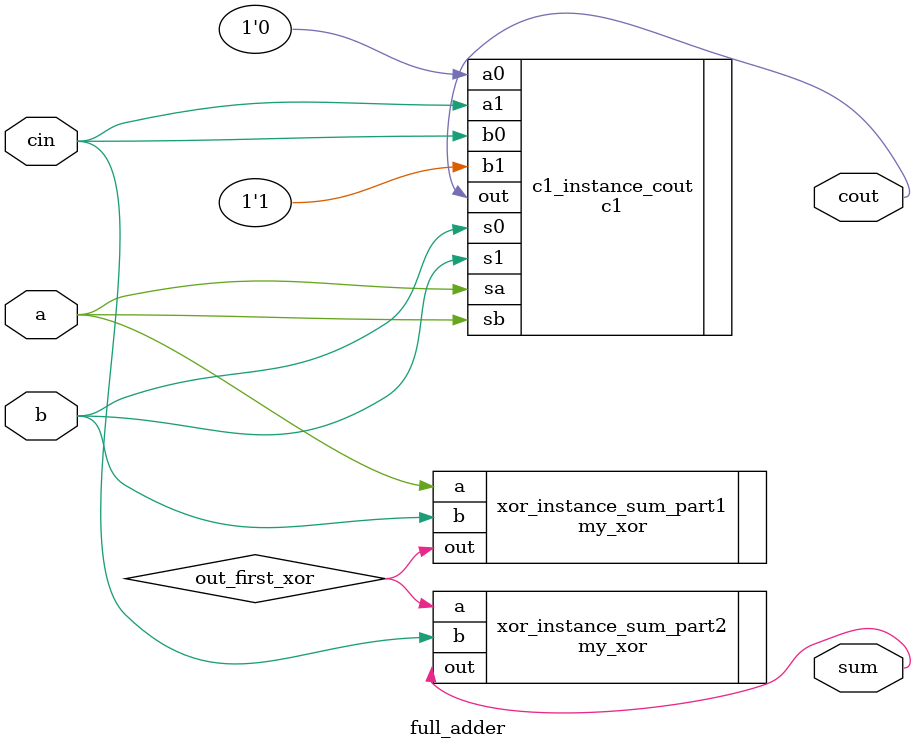
<source format=v>
module full_adder (
    input a, b, cin,
    output sum, cout
);
    wire out_first_xor;

    c1 c1_instance_cout(.a0(1'b0), .a1(cin), .sa(a), .b0(cin), .b1(1'b1), .sb(a), .s0(b), .s1(b), .out(cout));
    my_xor xor_instance_sum_part1( .a(a), .b(b), .out(out_first_xor));
    my_xor xor_instance_sum_part2(.a(out_first_xor), .b(cin), .out(sum));

    
endmodule
</source>
